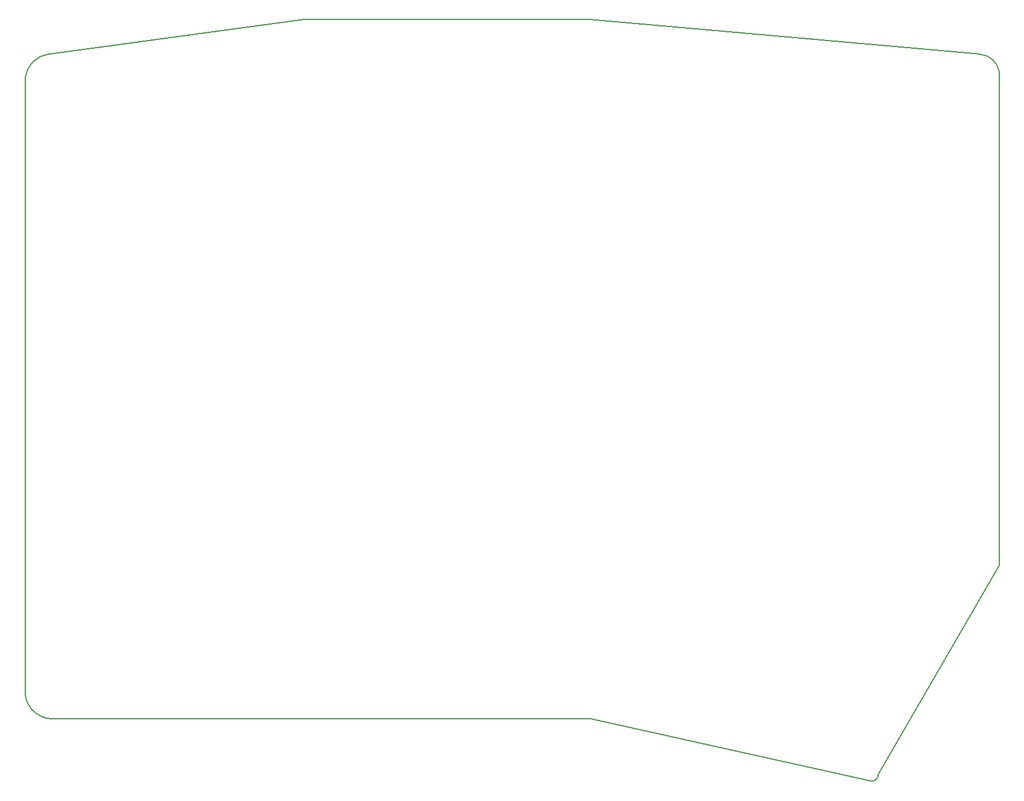
<source format=gbr>
%TF.GenerationSoftware,KiCad,Pcbnew,(6.0.1-0)*%
%TF.CreationDate,2022-09-28T20:42:43+02:00*%
%TF.ProjectId,Takmak-left,54616b6d-616b-42d6-9c65-66742e6b6963,rev?*%
%TF.SameCoordinates,Original*%
%TF.FileFunction,Profile,NP*%
%FSLAX46Y46*%
G04 Gerber Fmt 4.6, Leading zero omitted, Abs format (unit mm)*
G04 Created by KiCad (PCBNEW (6.0.1-0)) date 2022-09-28 20:42:43*
%MOMM*%
%LPD*%
G01*
G04 APERTURE LIST*
%TA.AperFunction,Profile*%
%ADD10C,0.200000*%
%TD*%
G04 APERTURE END LIST*
D10*
X218209348Y-49559652D02*
G75*
G03*
X215474922Y-47034490I-2963580J-466079D01*
G01*
X159220083Y-42034819D02*
X215474922Y-47034490D01*
X81448031Y-46968947D02*
G75*
G03*
X77981556Y-50470147I506218J-3967845D01*
G01*
X77981557Y-138313863D02*
G75*
G03*
X81981562Y-142776935I3973100J-463157D01*
G01*
X159374431Y-142776935D02*
X199728783Y-151763557D01*
X218209348Y-120688926D02*
X218209348Y-49559652D01*
X77981556Y-50470147D02*
X77981556Y-138313863D01*
X218209348Y-120688926D02*
X200812203Y-150824365D01*
X199728783Y-151763558D02*
G75*
G03*
X200812203Y-150824365I85050J996384D01*
G01*
X118109845Y-42034819D02*
X159220083Y-42034819D01*
X81981562Y-142776935D02*
X159374431Y-142776935D01*
X81448031Y-46968948D02*
X118109845Y-42034819D01*
M02*

</source>
